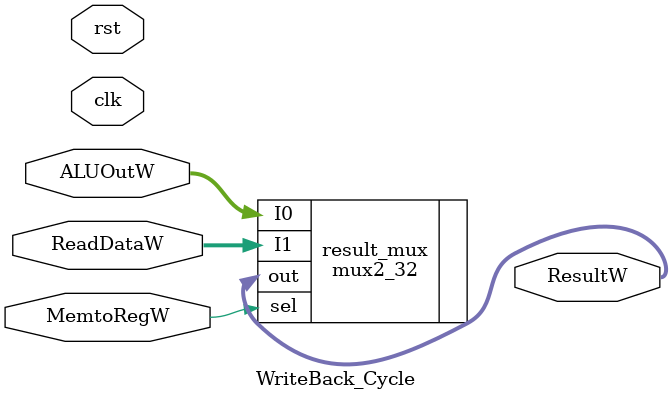
<source format=v>
`timescale 1ns / 1ps

module WriteBack_Cycle(
            input clk, rst, MemtoRegW,
            input [31:0] ALUOutW, ReadDataW,
            output [31:0] ResultW
        );

        // Declaration of Module
        mux2_32 result_mux (
            .I0(ALUOutW),
            .I1(ReadDataW),
            .sel(MemtoRegW),
            .out(ResultW)
        );
endmodule

</source>
